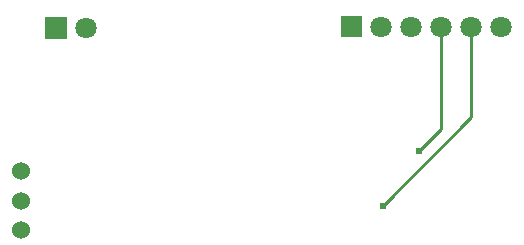
<source format=gbl>
G04 Layer: BottomLayer*
G04 EasyEDA v6.4.31, 2022-02-13 10:25:38*
G04 2d099072909c4d34a2351a6f0d7baa55,7002fc846d7841648ca5f2fac868b397,10*
G04 Gerber Generator version 0.2*
G04 Scale: 100 percent, Rotated: No, Reflected: No *
G04 Dimensions in millimeters *
G04 leading zeros omitted , absolute positions ,4 integer and 5 decimal *
%FSLAX45Y45*%
%MOMM*%

%ADD10C,0.2540*%
%ADD12C,0.6100*%
%ADD24C,1.8000*%
%ADD26C,1.5240*%

%LPD*%
D10*
X5054600Y9118600D02*
G01*
X5054600Y8352332D01*
X4305300Y7603032D01*
X4800600Y9118600D02*
G01*
X4800600Y8254822D01*
X4612614Y8066836D01*
D24*
G01*
X5308600Y9118600D03*
G01*
X5054600Y9118600D03*
G01*
X4800600Y9118600D03*
G01*
X4546600Y9118600D03*
G01*
X4292600Y9118600D03*
G36*
X3948600Y9208599D02*
G01*
X4128599Y9208599D01*
X4128599Y9028600D01*
X3948600Y9028600D01*
G37*
G01*
X1790700Y9105900D03*
G36*
X1446700Y9195899D02*
G01*
X1626699Y9195899D01*
X1626699Y9015900D01*
X1446700Y9015900D01*
G37*
D26*
G01*
X1244600Y7645374D03*
G01*
X1244600Y7895386D03*
G01*
X1244600Y7395387D03*
D12*
G01*
X4612614Y8066836D03*
G01*
X4305300Y7603032D03*
M02*

</source>
